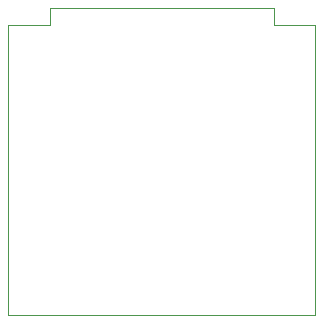
<source format=gbr>
%TF.GenerationSoftware,KiCad,Pcbnew,(6.0.5)*%
%TF.CreationDate,2022-11-23T01:52:28-05:00*%
%TF.ProjectId,Eggman3,4567676d-616e-4332-9e6b-696361645f70,rev?*%
%TF.SameCoordinates,Original*%
%TF.FileFunction,Profile,NP*%
%FSLAX46Y46*%
G04 Gerber Fmt 4.6, Leading zero omitted, Abs format (unit mm)*
G04 Created by KiCad (PCBNEW (6.0.5)) date 2022-11-23 01:52:28*
%MOMM*%
%LPD*%
G01*
G04 APERTURE LIST*
%TA.AperFunction,Profile*%
%ADD10C,0.100000*%
%TD*%
G04 APERTURE END LIST*
D10*
X9500000Y24500000D02*
X9500000Y26000000D01*
X13000000Y24500000D02*
X9500000Y24500000D01*
X-9500000Y24500000D02*
X-9500000Y26000000D01*
X-13000000Y24500000D02*
X-9500000Y24500000D01*
X-9500000Y26000000D02*
X9500000Y26000000D01*
X13000000Y0D02*
X13000000Y24500000D01*
X13000000Y0D02*
X-13000000Y0D01*
X-13000000Y24500000D02*
X-13000000Y0D01*
M02*

</source>
